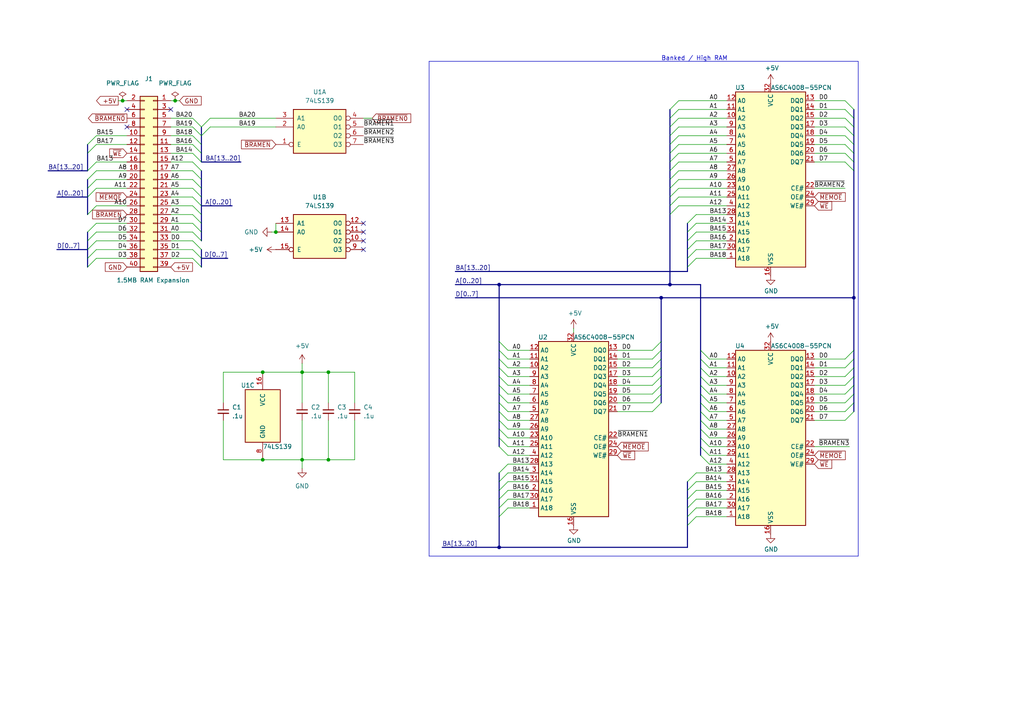
<source format=kicad_sch>
(kicad_sch (version 20231120) (generator "eeschema") (generator_version "8.0")
  (paper "A4")
  (lib_symbols
    (symbol "74xx:74LS139" (pin_names (offset 1.016))
      (property "Reference" "U" (at -7.62 8.89 0))
      (property "Value" "74LS139" (at -7.62 -8.89 0))
      (symbol "74LS139_1_0"
        (pin input inverted (at -12.7 -5.08 0) (length 5.08) (name "E") (number "1"))
        (pin input line (at -12.7 0 0) (length 5.08) (name "A0") (number "2"))
        (pin input line (at -12.7 2.54 0) (length 5.08) (name "A1") (number "3"))
        (pin output inverted (at 12.7 2.54 180) (length 5.08) (name "O0") (number "4"))
        (pin output inverted (at 12.7 0 180) (length 5.08) (name "O1") (number "5"))
        (pin output inverted (at 12.7 -2.54 180) (length 5.08) (name "O2") (number "6"))
        (pin output inverted (at 12.7 -5.08 180) (length 5.08) (name "O3") (number "7"))
      )
      (symbol "74LS139_1_1"
        (rectangle (start -7.62 5.08) (end 7.62 -7.62) (stroke (width 0.254)) (fill (type background)))
      )
      (symbol "74LS139_2_0"
        (pin output inverted (at 12.7 -2.54 180) (length 5.08) (name "O2") (number "10"))
        (pin output inverted (at 12.7 0 180) (length 5.08) (name "O1") (number "11"))
        (pin output inverted (at 12.7 2.54 180) (length 5.08) (name "O0") (number "12"))
        (pin input line (at -12.7 2.54 0) (length 5.08) (name "A1") (number "13"))
        (pin input line (at -12.7 0 0) (length 5.08) (name "A0") (number "14"))
        (pin input inverted (at -12.7 -5.08 0) (length 5.08) (name "E") (number "15"))
        (pin output inverted (at 12.7 -5.08 180) (length 5.08) (name "O3") (number "9"))
      )
      (symbol "74LS139_2_1"
        (rectangle (start -7.62 5.08) (end 7.62 -7.62) (stroke (width 0.254)) (fill (type background)))
      )
      (symbol "74LS139_3_0"
        (pin power_in line (at 0 12.7 270) (length 5.08) (name "VCC") (number "16"))
        (pin power_in line (at 0 -12.7 90) (length 5.08) (name "GND") (number "8"))
      )
      (symbol "74LS139_3_1"
        (rectangle (start -5.08 7.62) (end 5.08 -7.62) (stroke (width 0.254)) (fill (type background)))
      )
    )
    (symbol "Connector_Generic:Conn_02x20_Odd_Even" (pin_names (offset 1.016) hide)
      (property "Reference" "J" (at 1.27 25.4 0))
      (property "Value" "Conn_02x20_Odd_Even" (at 1.27 -27.94 0))
      (symbol "Conn_02x20_Odd_Even_1_1"
        (rectangle (start -1.27 -25.273) (end 0 -25.527) (stroke (width 0.1524)))
        (rectangle (start -1.27 -22.733) (end 0 -22.987) (stroke (width 0.1524)))
        (rectangle (start -1.27 -20.193) (end 0 -20.447) (stroke (width 0.1524)))
        (rectangle (start -1.27 -17.653) (end 0 -17.907) (stroke (width 0.1524)))
        (rectangle (start -1.27 -15.113) (end 0 -15.367) (stroke (width 0.1524)))
        (rectangle (start -1.27 -12.573) (end 0 -12.827) (stroke (width 0.1524)))
        (rectangle (start -1.27 -10.033) (end 0 -10.287) (stroke (width 0.1524)))
        (rectangle (start -1.27 -7.493) (end 0 -7.747) (stroke (width 0.1524)))
        (rectangle (start -1.27 -4.953) (end 0 -5.207) (stroke (width 0.1524)))
        (rectangle (start -1.27 -2.413) (end 0 -2.667) (stroke (width 0.1524)))
        (rectangle (start -1.27 0.127) (end 0 -0.127) (stroke (width 0.1524)))
        (rectangle (start -1.27 2.667) (end 0 2.413) (stroke (width 0.1524)))
        (rectangle (start -1.27 5.207) (end 0 4.953) (stroke (width 0.1524)))
        (rectangle (start -1.27 7.747) (end 0 7.493) (stroke (width 0.1524)))
        (rectangle (start -1.27 10.287) (end 0 10.033) (stroke (width 0.1524)))
        (rectangle (start -1.27 12.827) (end 0 12.573) (stroke (width 0.1524)))
        (rectangle (start -1.27 15.367) (end 0 15.113) (stroke (width 0.1524)))
        (rectangle (start -1.27 17.907) (end 0 17.653) (stroke (width 0.1524)))
        (rectangle (start -1.27 20.447) (end 0 20.193) (stroke (width 0.1524)))
        (rectangle (start -1.27 22.987) (end 0 22.733) (stroke (width 0.1524)))
        (rectangle (start -1.27 24.13) (end 3.81 -26.67) (stroke (width 0.254)) (fill (type background)))
        (rectangle (start 3.81 -25.273) (end 2.54 -25.527) (stroke (width 0.1524)))
        (rectangle (start 3.81 -22.733) (end 2.54 -22.987) (stroke (width 0.1524)))
        (rectangle (start 3.81 -20.193) (end 2.54 -20.447) (stroke (width 0.1524)))
        (rectangle (start 3.81 -17.653) (end 2.54 -17.907) (stroke (width 0.1524)))
        (rectangle (start 3.81 -15.113) (end 2.54 -15.367) (stroke (width 0.1524)))
        (rectangle (start 3.81 -12.573) (end 2.54 -12.827) (stroke (width 0.1524)))
        (rectangle (start 3.81 -10.033) (end 2.54 -10.287) (stroke (width 0.1524)))
        (rectangle (start 3.81 -7.493) (end 2.54 -7.747) (stroke (width 0.1524)))
        (rectangle (start 3.81 -4.953) (end 2.54 -5.207) (stroke (width 0.1524)))
        (rectangle (start 3.81 -2.413) (end 2.54 -2.667) (stroke (width 0.1524)))
        (rectangle (start 3.81 0.127) (end 2.54 -0.127) (stroke (width 0.1524)))
        (rectangle (start 3.81 2.667) (end 2.54 2.413) (stroke (width 0.1524)))
        (rectangle (start 3.81 5.207) (end 2.54 4.953) (stroke (width 0.1524)))
        (rectangle (start 3.81 7.747) (end 2.54 7.493) (stroke (width 0.1524)))
        (rectangle (start 3.81 10.287) (end 2.54 10.033) (stroke (width 0.1524)))
        (rectangle (start 3.81 12.827) (end 2.54 12.573) (stroke (width 0.1524)))
        (rectangle (start 3.81 15.367) (end 2.54 15.113) (stroke (width 0.1524)))
        (rectangle (start 3.81 17.907) (end 2.54 17.653) (stroke (width 0.1524)))
        (rectangle (start 3.81 20.447) (end 2.54 20.193) (stroke (width 0.1524)))
        (rectangle (start 3.81 22.987) (end 2.54 22.733) (stroke (width 0.1524)))
        (pin passive line (at -5.08 22.86 0) (length 3.81) (name "Pin_1") (number "1"))
        (pin passive line (at 7.62 12.7 180) (length 3.81) (name "Pin_10") (number "10"))
        (pin passive line (at -5.08 10.16 0) (length 3.81) (name "Pin_11") (number "11"))
        (pin passive line (at 7.62 10.16 180) (length 3.81) (name "Pin_12") (number "12"))
        (pin passive line (at -5.08 7.62 0) (length 3.81) (name "Pin_13") (number "13"))
        (pin passive line (at 7.62 7.62 180) (length 3.81) (name "Pin_14") (number "14"))
        (pin passive line (at -5.08 5.08 0) (length 3.81) (name "Pin_15") (number "15"))
        (pin passive line (at 7.62 5.08 180) (length 3.81) (name "Pin_16") (number "16"))
        (pin passive line (at -5.08 2.54 0) (length 3.81) (name "Pin_17") (number "17"))
        (pin passive line (at 7.62 2.54 180) (length 3.81) (name "Pin_18") (number "18"))
        (pin passive line (at -5.08 0 0) (length 3.81) (name "Pin_19") (number "19"))
        (pin passive line (at 7.62 22.86 180) (length 3.81) (name "Pin_2") (number "2"))
        (pin passive line (at 7.62 0 180) (length 3.81) (name "Pin_20") (number "20"))
        (pin passive line (at -5.08 -2.54 0) (length 3.81) (name "Pin_21") (number "21"))
        (pin passive line (at 7.62 -2.54 180) (length 3.81) (name "Pin_22") (number "22"))
        (pin passive line (at -5.08 -5.08 0) (length 3.81) (name "Pin_23") (number "23"))
        (pin passive line (at 7.62 -5.08 180) (length 3.81) (name "Pin_24") (number "24"))
        (pin passive line (at -5.08 -7.62 0) (length 3.81) (name "Pin_25") (number "25"))
        (pin passive line (at 7.62 -7.62 180) (length 3.81) (name "Pin_26") (number "26"))
        (pin passive line (at -5.08 -10.16 0) (length 3.81) (name "Pin_27") (number "27"))
        (pin passive line (at 7.62 -10.16 180) (length 3.81) (name "Pin_28") (number "28"))
        (pin passive line (at -5.08 -12.7 0) (length 3.81) (name "Pin_29") (number "29"))
        (pin passive line (at -5.08 20.32 0) (length 3.81) (name "Pin_3") (number "3"))
        (pin passive line (at 7.62 -12.7 180) (length 3.81) (name "Pin_30") (number "30"))
        (pin passive line (at -5.08 -15.24 0) (length 3.81) (name "Pin_31") (number "31"))
        (pin passive line (at 7.62 -15.24 180) (length 3.81) (name "Pin_32") (number "32"))
        (pin passive line (at -5.08 -17.78 0) (length 3.81) (name "Pin_33") (number "33"))
        (pin passive line (at 7.62 -17.78 180) (length 3.81) (name "Pin_34") (number "34"))
        (pin passive line (at -5.08 -20.32 0) (length 3.81) (name "Pin_35") (number "35"))
        (pin passive line (at 7.62 -20.32 180) (length 3.81) (name "Pin_36") (number "36"))
        (pin passive line (at -5.08 -22.86 0) (length 3.81) (name "Pin_37") (number "37"))
        (pin passive line (at 7.62 -22.86 180) (length 3.81) (name "Pin_38") (number "38"))
        (pin passive line (at -5.08 -25.4 0) (length 3.81) (name "Pin_39") (number "39"))
        (pin passive line (at 7.62 20.32 180) (length 3.81) (name "Pin_4") (number "4"))
        (pin passive line (at 7.62 -25.4 180) (length 3.81) (name "Pin_40") (number "40"))
        (pin passive line (at -5.08 17.78 0) (length 3.81) (name "Pin_5") (number "5"))
        (pin passive line (at 7.62 17.78 180) (length 3.81) (name "Pin_6") (number "6"))
        (pin passive line (at -5.08 15.24 0) (length 3.81) (name "Pin_7") (number "7"))
        (pin passive line (at 7.62 15.24 180) (length 3.81) (name "Pin_8") (number "8"))
        (pin passive line (at -5.08 12.7 0) (length 3.81) (name "Pin_9") (number "9"))
      )
    )
    (symbol "Device:C_Small" (pin_numbers hide) (pin_names (offset 0.254) hide)
      (property "Reference" "C" (at 0.254 1.778 0))
      (property "Value" "C_Small" (at 0.254 -2.032 0))
      (symbol "C_Small_0_1"
        (polyline (pts (xy -1.524 -0.508) (xy 1.524 -0.508)) (stroke (width 0.3302)))
        (polyline (pts (xy -1.524 0.508) (xy 1.524 0.508)) (stroke (width 0.3048)))
      )
      (symbol "C_Small_1_1"
        (pin passive line (at 0 2.54 270) (length 2.032) (name "~") (number "1"))
        (pin passive line (at 0 -2.54 90) (length 2.032) (name "~") (number "2"))
      )
    )
    (symbol "Memory_RAM:AS6C4008-55PCN"
      (property "Reference" "U" (at -10.16 26.035 0))
      (property "Value" "AS6C4008-55PCN" (at 2.54 26.035 0))
      (symbol "AS6C4008-55PCN_0_0"
        (pin power_in line (at 0 -27.94 90) (length 2.54) (name "VSS") (number "16"))
        (pin power_in line (at 0 27.94 270) (length 2.54) (name "VCC") (number "32"))
      )
      (symbol "AS6C4008-55PCN_0_1"
        (rectangle (start -10.16 25.4) (end 10.16 -25.4) (stroke (width 0.254)) (fill (type background)))
      )
      (symbol "AS6C4008-55PCN_1_1"
        (pin input line (at -12.7 -22.86 0) (length 2.54) (name "A18") (number "1"))
        (pin input line (at -12.7 17.78 0) (length 2.54) (name "A2") (number "10"))
        (pin input line (at -12.7 20.32 0) (length 2.54) (name "A1") (number "11"))
        (pin input line (at -12.7 22.86 0) (length 2.54) (name "A0") (number "12"))
        (pin tri_state line (at 12.7 22.86 180) (length 2.54) (name "DQ0") (number "13"))
        (pin tri_state line (at 12.7 20.32 180) (length 2.54) (name "DQ1") (number "14"))
        (pin tri_state line (at 12.7 17.78 180) (length 2.54) (name "DQ2") (number "15"))
        (pin tri_state line (at 12.7 15.24 180) (length 2.54) (name "DQ3") (number "17"))
        (pin tri_state line (at 12.7 12.7 180) (length 2.54) (name "DQ4") (number "18"))
        (pin tri_state line (at 12.7 10.16 180) (length 2.54) (name "DQ5") (number "19"))
        (pin input line (at -12.7 -17.78 0) (length 2.54) (name "A16") (number "2"))
        (pin tri_state line (at 12.7 7.62 180) (length 2.54) (name "DQ6") (number "20"))
        (pin tri_state line (at 12.7 5.08 180) (length 2.54) (name "DQ7") (number "21"))
        (pin input line (at 12.7 -2.54 180) (length 2.54) (name "CE#") (number "22"))
        (pin input line (at -12.7 -2.54 0) (length 2.54) (name "A10") (number "23"))
        (pin input line (at 12.7 -5.08 180) (length 2.54) (name "OE#") (number "24"))
        (pin input line (at -12.7 -5.08 0) (length 2.54) (name "A11") (number "25"))
        (pin input line (at -12.7 0 0) (length 2.54) (name "A9") (number "26"))
        (pin input line (at -12.7 2.54 0) (length 2.54) (name "A8") (number "27"))
        (pin input line (at -12.7 -10.16 0) (length 2.54) (name "A13") (number "28"))
        (pin input line (at 12.7 -7.62 180) (length 2.54) (name "WE#") (number "29"))
        (pin input line (at -12.7 -12.7 0) (length 2.54) (name "A14") (number "3"))
        (pin input line (at -12.7 -20.32 0) (length 2.54) (name "A17") (number "30"))
        (pin input line (at -12.7 -15.24 0) (length 2.54) (name "A15") (number "31"))
        (pin input line (at -12.7 -7.62 0) (length 2.54) (name "A12") (number "4"))
        (pin input line (at -12.7 5.08 0) (length 2.54) (name "A7") (number "5"))
        (pin input line (at -12.7 7.62 0) (length 2.54) (name "A6") (number "6"))
        (pin input line (at -12.7 10.16 0) (length 2.54) (name "A5") (number "7"))
        (pin input line (at -12.7 12.7 0) (length 2.54) (name "A4") (number "8"))
        (pin input line (at -12.7 15.24 0) (length 2.54) (name "A3") (number "9"))
      )
    )
    (symbol "power:+5V" (power) (pin_numbers hide) (pin_names (offset 0) hide)
      (property "Value" "+5V" (at 0 3.556 0))
      (symbol "+5V_0_1"
        (polyline (pts (xy -0.762 1.27) (xy 0 2.54)))
        (polyline (pts (xy 0 0) (xy 0 2.54)))
        (polyline (pts (xy 0 2.54) (xy 0.762 1.27)))
      )
      (symbol "+5V_1_1"
        (pin power_in line (at 0 0 90) (length 0) (name "~") (number "1"))
      )
    )
    (symbol "power:GND" (power) (pin_numbers hide) (pin_names (offset 0) hide)
      (property "Value" "GND" (at 0 -3.81 0))
      (symbol "GND_0_1"
        (polyline (pts (xy 0 0) (xy 0 -1.27) (xy 1.27 -1.27) (xy 0 -2.54) (xy -1.27 -1.27) (xy 0 -1.27)))
      )
      (symbol "GND_1_1"
        (pin power_in line (at 0 0 270) (length 0) (name "~") (number "1"))
      )
    )
    (symbol "power:PWR_FLAG" (power) (pin_numbers hide) (pin_names (offset 0) hide)
      (property "Value" "PWR_FLAG" (at 0 3.81 0))
      (symbol "PWR_FLAG_0_0"
        (pin power_out line (at 0 0 90) (length 0) (name "~") (number "1"))
      )
      (symbol "PWR_FLAG_0_1"
        (polyline (pts (xy 0 0) (xy 0 1.27) (xy -1.016 1.905) (xy 0 2.54) (xy 1.016 1.905) (xy 0 1.27)))
      )
    )
  )
  (junction (at 144.78 82.55))
  (junction (at 87.63 133.35))
  (junction (at 144.78 158.75))
  (junction (at 76.2 107.95))
  (junction (at 76.2 133.35))
  (junction (at 194.31 82.55))
  (junction (at 95.25 107.95))
  (junction (at 50.8 29.21))
  (junction (at 247.65 86.36))
  (junction (at 35.56 29.21))
  (junction (at 191.77 86.36))
  (junction (at 95.25 133.35))
  (junction (at 87.63 107.95))
  (junction (at 80.01 67.31))
  (no_connect (at 105.41 64.77))
  (no_connect (at 105.41 67.31))
  (no_connect (at 105.41 69.85))
  (no_connect (at 105.41 72.39))
  (no_connect (at 36.83 36.83))
  (no_connect (at 36.83 31.75))
  (no_connect (at 49.53 31.75))
  (bus_entry (at 199.39 152.4) (size 2.54 -2.54))
  (bus_entry (at 55.88 49.53) (size 2.54 2.54))
  (bus_entry (at 189.23 119.38) (size 2.54 -2.54))
  (bus_entry (at 144.78 101.6) (size 2.54 2.54))
  (bus_entry (at 144.78 106.68) (size 2.54 2.54))
  (bus_entry (at 203.2 127) (size 2.54 2.54))
  (bus_entry (at 199.39 147.32) (size 2.54 -2.54))
  (bus_entry (at 27.94 46.99) (size -2.54 2.54))
  (bus_entry (at 27.94 41.91) (size -2.54 2.54))
  (bus_entry (at 27.94 39.37) (size -2.54 2.54))
  (bus_entry (at 199.39 77.47) (size 2.54 -2.54))
  (bus_entry (at 194.31 36.83) (size 2.54 -2.54))
  (bus_entry (at 144.78 116.84) (size 2.54 2.54))
  (bus_entry (at 194.31 52.07) (size 2.54 -2.54))
  (bus_entry (at 199.39 142.24) (size 2.54 -2.54))
  (bus_entry (at 199.39 72.39) (size 2.54 -2.54))
  (bus_entry (at 203.2 111.76) (size 2.54 2.54))
  (bus_entry (at 245.11 31.75) (size 2.54 2.54))
  (bus_entry (at 144.78 144.78) (size 2.54 -2.54))
  (bus_entry (at 194.31 31.75) (size 2.54 -2.54))
  (bus_entry (at 60.96 34.29) (size -2.54 2.54))
  (bus_entry (at 60.96 36.83) (size -2.54 2.54))
  (bus_entry (at 245.11 104.14) (size 2.54 -2.54))
  (bus_entry (at 245.11 36.83) (size 2.54 2.54))
  (bus_entry (at 189.23 101.6) (size 2.54 -2.54))
  (bus_entry (at 199.39 149.86) (size 2.54 -2.54))
  (bus_entry (at 55.88 59.69) (size 2.54 2.54))
  (bus_entry (at 199.39 74.93) (size 2.54 -2.54))
  (bus_entry (at 55.88 46.99) (size 2.54 2.54))
  (bus_entry (at 194.31 49.53) (size 2.54 -2.54))
  (bus_entry (at 203.2 129.54) (size 2.54 2.54))
  (bus_entry (at 199.39 69.85) (size 2.54 -2.54))
  (bus_entry (at 55.88 36.83) (size 2.54 2.54))
  (bus_entry (at 194.31 44.45) (size 2.54 -2.54))
  (bus_entry (at 245.11 29.21) (size 2.54 2.54))
  (bus_entry (at 245.11 34.29) (size 2.54 2.54))
  (bus_entry (at 245.11 114.3) (size 2.54 -2.54))
  (bus_entry (at 55.88 54.61) (size 2.54 2.54))
  (bus_entry (at 194.31 34.29) (size 2.54 -2.54))
  (bus_entry (at 144.78 127) (size 2.54 2.54))
  (bus_entry (at 199.39 64.77) (size 2.54 -2.54))
  (bus_entry (at 194.31 62.23) (size 2.54 -2.54))
  (bus_entry (at 189.23 114.3) (size 2.54 -2.54))
  (bus_entry (at 144.78 139.7) (size 2.54 -2.54))
  (bus_entry (at 245.11 44.45) (size 2.54 2.54))
  (bus_entry (at 144.78 142.24) (size 2.54 -2.54))
  (bus_entry (at 144.78 114.3) (size 2.54 2.54))
  (bus_entry (at 203.2 116.84) (size 2.54 2.54))
  (bus_entry (at 245.11 39.37) (size 2.54 2.54))
  (bus_entry (at 199.39 139.7) (size 2.54 -2.54))
  (bus_entry (at 55.88 44.45) (size 2.54 2.54))
  (bus_entry (at 203.2 132.08) (size 2.54 2.54))
  (bus_entry (at 189.23 116.84) (size 2.54 -2.54))
  (bus_entry (at 144.78 149.86) (size 2.54 -2.54))
  (bus_entry (at 203.2 101.6) (size 2.54 2.54))
  (bus_entry (at 203.2 124.46) (size 2.54 2.54))
  (bus_entry (at 203.2 106.68) (size 2.54 2.54))
  (bus_entry (at 194.31 57.15) (size 2.54 -2.54))
  (bus_entry (at 144.78 109.22) (size 2.54 2.54))
  (bus_entry (at 189.23 111.76) (size 2.54 -2.54))
  (bus_entry (at 55.88 39.37) (size 2.54 2.54))
  (bus_entry (at 203.2 121.92) (size 2.54 2.54))
  (bus_entry (at 245.11 109.22) (size 2.54 -2.54))
  (bus_entry (at 55.88 69.85) (size 2.54 2.54))
  (bus_entry (at 55.88 74.93) (size 2.54 2.54))
  (bus_entry (at 55.88 72.39) (size 2.54 2.54))
  (bus_entry (at 194.31 46.99) (size 2.54 -2.54))
  (bus_entry (at 55.88 57.15) (size 2.54 2.54))
  (bus_entry (at 203.2 104.14) (size 2.54 2.54))
  (bus_entry (at 245.11 106.68) (size 2.54 -2.54))
  (bus_entry (at 55.88 64.77) (size 2.54 2.54))
  (bus_entry (at 203.2 114.3) (size 2.54 2.54))
  (bus_entry (at 245.11 41.91) (size 2.54 2.54))
  (bus_entry (at 189.23 104.14) (size 2.54 -2.54))
  (bus_entry (at 199.39 144.78) (size 2.54 -2.54))
  (bus_entry (at 194.31 39.37) (size 2.54 -2.54))
  (bus_entry (at 245.11 121.92) (size 2.54 -2.54))
  (bus_entry (at 144.78 104.14) (size 2.54 2.54))
  (bus_entry (at 55.88 41.91) (size 2.54 2.54))
  (bus_entry (at 144.78 129.54) (size 2.54 2.54))
  (bus_entry (at 27.94 59.69) (size -2.54 2.54))
  (bus_entry (at 27.94 52.07) (size -2.54 2.54))
  (bus_entry (at 27.94 54.61) (size -2.54 2.54))
  (bus_entry (at 27.94 49.53) (size -2.54 2.54))
  (bus_entry (at 189.23 106.68) (size 2.54 -2.54))
  (bus_entry (at 55.88 52.07) (size 2.54 2.54))
  (bus_entry (at 194.31 54.61) (size 2.54 -2.54))
  (bus_entry (at 144.78 147.32) (size 2.54 -2.54))
  (bus_entry (at 245.11 46.99) (size 2.54 2.54))
  (bus_entry (at 144.78 111.76) (size 2.54 2.54))
  (bus_entry (at 194.31 59.69) (size 2.54 -2.54))
  (bus_entry (at 203.2 109.22) (size 2.54 2.54))
  (bus_entry (at 245.11 119.38) (size 2.54 -2.54))
  (bus_entry (at 144.78 137.16) (size 2.54 -2.54))
  (bus_entry (at 189.23 109.22) (size 2.54 -2.54))
  (bus_entry (at 55.88 34.29) (size 2.54 2.54))
  (bus_entry (at 194.31 41.91) (size 2.54 -2.54))
  (bus_entry (at 27.94 69.85) (size -2.54 2.54))
  (bus_entry (at 27.94 67.31) (size -2.54 2.54))
  (bus_entry (at 27.94 64.77) (size -2.54 2.54))
  (bus_entry (at 27.94 72.39) (size -2.54 2.54))
  (bus_entry (at 27.94 74.93) (size -2.54 2.54))
  (bus_entry (at 144.78 124.46) (size 2.54 2.54))
  (bus_entry (at 55.88 62.23) (size 2.54 2.54))
  (bus_entry (at 199.39 67.31) (size 2.54 -2.54))
  (bus_entry (at 144.78 119.38) (size 2.54 2.54))
  (bus_entry (at 245.11 111.76) (size 2.54 -2.54))
  (bus_entry (at 203.2 119.38) (size 2.54 2.54))
  (bus_entry (at 144.78 99.06) (size 2.54 2.54))
  (bus_entry (at 55.88 67.31) (size 2.54 2.54))
  (bus_entry (at 245.11 116.84) (size 2.54 -2.54))
  (bus_entry (at 144.78 121.92) (size 2.54 2.54))
  (bus (pts (xy 58.42 39.37) (xy 58.42 41.91)))
  (wire (pts (xy 34.29 29.21) (xy 35.56 29.21)))
  (bus (pts (xy 58.42 64.77) (xy 58.42 67.31)))
  (bus (pts (xy 199.39 74.93) (xy 199.39 77.47)))
  (wire (pts (xy 49.53 44.45) (xy 55.88 44.45)))
  (bus (pts (xy 194.31 34.29) (xy 194.31 36.83)))
  (polyline (pts (xy 124.46 161.29) (xy 124.46 17.78)))
  (bus (pts (xy 128.27 158.75) (xy 144.78 158.75)))
  (wire (pts (xy 236.22 46.99) (xy 245.11 46.99)))
  (wire (pts (xy 27.94 52.07) (xy 36.83 52.07)))
  (wire (pts (xy 236.22 34.29) (xy 245.11 34.29)))
  (wire (pts (xy 179.07 111.76) (xy 189.23 111.76)))
  (bus (pts (xy 247.65 41.91) (xy 247.65 44.45)))
  (bus (pts (xy 194.31 39.37) (xy 194.31 41.91)))
  (bus (pts (xy 247.65 104.14) (xy 247.65 106.68)))
  (bus (pts (xy 199.39 72.39) (xy 199.39 74.93)))
  (wire (pts (xy 64.77 121.92) (xy 64.77 133.35)))
  (bus (pts (xy 199.39 77.47) (xy 199.39 78.74)))
  (wire (pts (xy 196.85 59.69) (xy 210.82 59.69)))
  (wire (pts (xy 196.85 49.53) (xy 210.82 49.53)))
  (wire (pts (xy 60.96 34.29) (xy 80.01 34.29)))
  (wire (pts (xy 49.53 67.31) (xy 55.88 67.31)))
  (bus (pts (xy 58.42 41.91) (xy 58.42 44.45)))
  (wire (pts (xy 236.22 111.76) (xy 245.11 111.76)))
  (wire (pts (xy 102.87 107.95) (xy 102.87 116.84)))
  (bus (pts (xy 144.78 124.46) (xy 144.78 127)))
  (bus (pts (xy 144.78 137.16) (xy 144.78 139.7)))
  (bus (pts (xy 247.65 49.53) (xy 247.65 86.36)))
  (bus (pts (xy 144.78 147.32) (xy 144.78 149.86)))
  (wire (pts (xy 27.94 46.99) (xy 36.83 46.99)))
  (wire (pts (xy 236.22 41.91) (xy 245.11 41.91)))
  (wire (pts (xy 205.74 116.84) (xy 210.82 116.84)))
  (bus (pts (xy 247.65 46.99) (xy 247.65 49.53)))
  (wire (pts (xy 179.07 119.38) (xy 189.23 119.38)))
  (bus (pts (xy 194.31 52.07) (xy 194.31 54.61)))
  (bus (pts (xy 144.78 104.14) (xy 144.78 106.68)))
  (bus (pts (xy 144.78 114.3) (xy 144.78 116.84)))
  (wire (pts (xy 201.93 69.85) (xy 210.82 69.85)))
  (wire (pts (xy 179.07 101.6) (xy 189.23 101.6)))
  (bus (pts (xy 25.4 69.85) (xy 25.4 72.39)))
  (wire (pts (xy 236.22 129.54) (xy 246.38 129.54)))
  (wire (pts (xy 49.53 39.37) (xy 55.88 39.37)))
  (bus (pts (xy 144.78 142.24) (xy 144.78 144.78)))
  (bus (pts (xy 194.31 57.15) (xy 194.31 59.69)))
  (bus (pts (xy 203.2 106.68) (xy 203.2 109.22)))
  (wire (pts (xy 236.22 39.37) (xy 245.11 39.37)))
  (wire (pts (xy 87.63 133.35) (xy 87.63 135.89)))
  (bus (pts (xy 58.42 72.39) (xy 58.42 74.93)))
  (bus (pts (xy 144.78 111.76) (xy 144.78 114.3)))
  (wire (pts (xy 147.32 111.76) (xy 153.67 111.76)))
  (wire (pts (xy 27.94 41.91) (xy 36.83 41.91)))
  (bus (pts (xy 203.2 129.54) (xy 203.2 132.08)))
  (wire (pts (xy 201.93 142.24) (xy 210.82 142.24)))
  (bus (pts (xy 13.97 49.53) (xy 25.4 49.53)))
  (bus (pts (xy 58.42 57.15) (xy 58.42 59.69)))
  (wire (pts (xy 196.85 39.37) (xy 210.82 39.37)))
  (wire (pts (xy 196.85 41.91) (xy 210.82 41.91)))
  (bus (pts (xy 25.4 74.93) (xy 25.4 77.47)))
  (wire (pts (xy 205.74 104.14) (xy 210.82 104.14)))
  (wire (pts (xy 147.32 144.78) (xy 153.67 144.78)))
  (wire (pts (xy 205.74 106.68) (xy 210.82 106.68)))
  (bus (pts (xy 25.4 44.45) (xy 25.4 49.53)))
  (wire (pts (xy 147.32 119.38) (xy 153.67 119.38)))
  (wire (pts (xy 49.53 74.93) (xy 55.88 74.93)))
  (bus (pts (xy 247.65 31.75) (xy 247.65 34.29)))
  (wire (pts (xy 201.93 144.78) (xy 210.82 144.78)))
  (wire (pts (xy 205.74 111.76) (xy 210.82 111.76)))
  (wire (pts (xy 236.22 104.14) (xy 245.11 104.14)))
  (wire (pts (xy 147.32 124.46) (xy 153.67 124.46)))
  (bus (pts (xy 247.65 44.45) (xy 247.65 46.99)))
  (wire (pts (xy 236.22 116.84) (xy 245.11 116.84)))
  (wire (pts (xy 236.22 31.75) (xy 245.11 31.75)))
  (bus (pts (xy 247.65 34.29) (xy 247.65 36.83)))
  (wire (pts (xy 27.94 39.37) (xy 36.83 39.37)))
  (wire (pts (xy 87.63 133.35) (xy 95.25 133.35)))
  (wire (pts (xy 201.93 67.31) (xy 210.82 67.31)))
  (wire (pts (xy 196.85 46.99) (xy 210.82 46.99)))
  (bus (pts (xy 144.78 144.78) (xy 144.78 147.32)))
  (bus (pts (xy 203.2 124.46) (xy 203.2 127)))
  (bus (pts (xy 69.85 46.99) (xy 58.42 46.99)))
  (wire (pts (xy 76.2 107.95) (xy 87.63 107.95)))
  (bus (pts (xy 194.31 59.69) (xy 194.31 62.23)))
  (wire (pts (xy 27.94 64.77) (xy 36.83 64.77)))
  (bus (pts (xy 247.65 106.68) (xy 247.65 109.22)))
  (bus (pts (xy 194.31 31.75) (xy 194.31 34.29)))
  (bus (pts (xy 247.65 36.83) (xy 247.65 39.37)))
  (bus (pts (xy 194.31 46.99) (xy 194.31 49.53)))
  (bus (pts (xy 58.42 74.93) (xy 66.04 74.93)))
  (bus (pts (xy 144.78 109.22) (xy 144.78 111.76)))
  (wire (pts (xy 87.63 107.95) (xy 87.63 116.84)))
  (bus (pts (xy 144.78 158.75) (xy 199.39 158.75)))
  (bus (pts (xy 199.39 69.85) (xy 199.39 72.39)))
  (wire (pts (xy 27.94 69.85) (xy 36.83 69.85)))
  (bus (pts (xy 132.08 78.74) (xy 199.39 78.74)))
  (wire (pts (xy 179.07 114.3) (xy 189.23 114.3)))
  (wire (pts (xy 205.74 127) (xy 210.82 127)))
  (wire (pts (xy 236.22 44.45) (xy 245.11 44.45)))
  (wire (pts (xy 179.07 109.22) (xy 189.23 109.22)))
  (bus (pts (xy 203.2 109.22) (xy 203.2 111.76)))
  (wire (pts (xy 49.53 69.85) (xy 55.88 69.85)))
  (wire (pts (xy 52.07 29.21) (xy 50.8 29.21)))
  (bus (pts (xy 194.31 49.53) (xy 194.31 52.07)))
  (bus (pts (xy 199.39 144.78) (xy 199.39 147.32)))
  (bus (pts (xy 191.77 104.14) (xy 191.77 106.68)))
  (wire (pts (xy 166.37 95.25) (xy 166.37 96.52)))
  (bus (pts (xy 144.78 127) (xy 144.78 129.54)))
  (bus (pts (xy 58.42 36.83) (xy 58.42 39.37)))
  (wire (pts (xy 196.85 31.75) (xy 210.82 31.75)))
  (bus (pts (xy 203.2 82.55) (xy 203.2 101.6)))
  (wire (pts (xy 80.01 64.77) (xy 80.01 67.31)))
  (wire (pts (xy 205.74 121.92) (xy 210.82 121.92)))
  (bus (pts (xy 25.4 72.39) (xy 25.4 74.93)))
  (bus (pts (xy 203.2 119.38) (xy 203.2 121.92)))
  (wire (pts (xy 205.74 124.46) (xy 210.82 124.46)))
  (bus (pts (xy 199.39 142.24) (xy 199.39 144.78)))
  (wire (pts (xy 49.53 62.23) (xy 55.88 62.23)))
  (bus (pts (xy 144.78 99.06) (xy 144.78 101.6)))
  (wire (pts (xy 147.32 121.92) (xy 153.67 121.92)))
  (bus (pts (xy 247.65 39.37) (xy 247.65 41.91)))
  (bus (pts (xy 199.39 158.75) (xy 199.39 152.4)))
  (bus (pts (xy 191.77 109.22) (xy 191.77 111.76)))
  (wire (pts (xy 201.93 64.77) (xy 210.82 64.77)))
  (bus (pts (xy 58.42 44.45) (xy 58.42 46.99)))
  (wire (pts (xy 87.63 121.92) (xy 87.63 133.35)))
  (wire (pts (xy 76.2 107.95) (xy 64.77 107.95)))
  (wire (pts (xy 201.93 149.86) (xy 210.82 149.86)))
  (wire (pts (xy 196.85 34.29) (xy 210.82 34.29)))
  (wire (pts (xy 147.32 142.24) (xy 153.67 142.24)))
  (wire (pts (xy 196.85 54.61) (xy 210.82 54.61)))
  (wire (pts (xy 147.32 137.16) (xy 153.67 137.16)))
  (bus (pts (xy 199.39 152.4) (xy 199.39 149.86)))
  (wire (pts (xy 236.22 114.3) (xy 245.11 114.3)))
  (bus (pts (xy 194.31 44.45) (xy 194.31 46.99)))
  (wire (pts (xy 60.96 36.83) (xy 80.01 36.83)))
  (wire (pts (xy 105.41 34.29) (xy 107.95 34.29)))
  (wire (pts (xy 205.74 114.3) (xy 210.82 114.3)))
  (wire (pts (xy 196.85 44.45) (xy 210.82 44.45)))
  (bus (pts (xy 58.42 62.23) (xy 58.42 64.77)))
  (wire (pts (xy 196.85 36.83) (xy 210.82 36.83)))
  (wire (pts (xy 49.53 64.77) (xy 55.88 64.77)))
  (wire (pts (xy 49.53 72.39) (xy 55.88 72.39)))
  (wire (pts (xy 196.85 29.21) (xy 210.82 29.21)))
  (wire (pts (xy 205.74 109.22) (xy 210.82 109.22)))
  (wire (pts (xy 147.32 106.68) (xy 153.67 106.68)))
  (bus (pts (xy 191.77 101.6) (xy 191.77 104.14)))
  (wire (pts (xy 236.22 109.22) (xy 245.11 109.22)))
  (bus (pts (xy 144.78 149.86) (xy 144.78 158.75)))
  (bus (pts (xy 199.39 64.77) (xy 199.39 67.31)))
  (bus (pts (xy 16.51 57.15) (xy 25.4 57.15)))
  (bus (pts (xy 191.77 86.36) (xy 191.77 99.06)))
  (bus (pts (xy 16.51 72.39) (xy 25.4 72.39)))
  (bus (pts (xy 25.4 52.07) (xy 25.4 54.61)))
  (wire (pts (xy 27.94 59.69) (xy 36.83 59.69)))
  (bus (pts (xy 247.65 86.36) (xy 247.65 101.6)))
  (bus (pts (xy 58.42 67.31) (xy 58.42 69.85)))
  (wire (pts (xy 201.93 74.93) (xy 210.82 74.93)))
  (bus (pts (xy 191.77 106.68) (xy 191.77 109.22)))
  (bus (pts (xy 247.65 116.84) (xy 247.65 119.38)))
  (wire (pts (xy 95.25 107.95) (xy 102.87 107.95)))
  (bus (pts (xy 203.2 127) (xy 203.2 129.54)))
  (wire (pts (xy 76.2 133.35) (xy 87.63 133.35)))
  (wire (pts (xy 64.77 107.95) (xy 64.77 116.84)))
  (bus (pts (xy 199.39 139.7) (xy 199.39 142.24)))
  (wire (pts (xy 147.32 104.14) (xy 153.67 104.14)))
  (wire (pts (xy 201.93 62.23) (xy 210.82 62.23)))
  (bus (pts (xy 247.65 101.6) (xy 247.65 104.14)))
  (bus (pts (xy 194.31 82.55) (xy 203.2 82.55)))
  (bus (pts (xy 25.4 54.61) (xy 25.4 57.15)))
  (bus (pts (xy 144.78 82.55) (xy 194.31 82.55)))
  (bus (pts (xy 199.39 149.86) (xy 199.39 147.32)))
  (wire (pts (xy 147.32 132.08) (xy 153.67 132.08)))
  (wire (pts (xy 205.74 119.38) (xy 210.82 119.38)))
  (wire (pts (xy 205.74 134.62) (xy 210.82 134.62)))
  (wire (pts (xy 49.53 34.29) (xy 55.88 34.29)))
  (wire (pts (xy 147.32 116.84) (xy 153.67 116.84)))
  (wire (pts (xy 236.22 119.38) (xy 245.11 119.38)))
  (bus (pts (xy 58.42 59.69) (xy 58.42 62.23)))
  (wire (pts (xy 179.07 104.14) (xy 189.23 104.14)))
  (wire (pts (xy 49.53 57.15) (xy 55.88 57.15)))
  (bus (pts (xy 132.08 82.55) (xy 144.78 82.55)))
  (wire (pts (xy 78.74 67.31) (xy 80.01 67.31)))
  (wire (pts (xy 236.22 106.68) (xy 245.11 106.68)))
  (bus (pts (xy 247.65 114.3) (xy 247.65 116.84)))
  (wire (pts (xy 49.53 52.07) (xy 55.88 52.07)))
  (bus (pts (xy 194.31 54.61) (xy 194.31 57.15)))
  (polyline (pts (xy 124.46 17.78) (xy 248.92 17.78)))
  (wire (pts (xy 147.32 134.62) (xy 153.67 134.62)))
  (wire (pts (xy 201.93 72.39) (xy 210.82 72.39)))
  (wire (pts (xy 27.94 74.93) (xy 36.83 74.93)))
  (wire (pts (xy 49.53 36.83) (xy 55.88 36.83)))
  (bus (pts (xy 58.42 74.93) (xy 58.42 77.47)))
  (bus (pts (xy 58.42 52.07) (xy 58.42 54.61)))
  (wire (pts (xy 49.53 59.69) (xy 55.88 59.69)))
  (bus (pts (xy 194.31 41.91) (xy 194.31 44.45)))
  (bus (pts (xy 194.31 62.23) (xy 194.31 82.55)))
  (wire (pts (xy 236.22 121.92) (xy 245.11 121.92)))
  (wire (pts (xy 49.53 54.61) (xy 55.88 54.61)))
  (wire (pts (xy 27.94 54.61) (xy 36.83 54.61)))
  (bus (pts (xy 25.4 67.31) (xy 25.4 69.85)))
  (bus (pts (xy 247.65 109.22) (xy 247.65 111.76)))
  (bus (pts (xy 25.4 57.15) (xy 25.4 62.23)))
  (wire (pts (xy 95.25 121.92) (xy 95.25 133.35)))
  (polyline (pts (xy 248.92 17.78) (xy 248.92 161.29)))
  (bus (pts (xy 144.78 121.92) (xy 144.78 124.46)))
  (bus (pts (xy 25.4 41.91) (xy 25.4 44.45)))
  (wire (pts (xy 50.8 29.21) (xy 49.53 29.21)))
  (wire (pts (xy 147.32 139.7) (xy 153.67 139.7)))
  (bus (pts (xy 203.2 111.76) (xy 203.2 114.3)))
  (bus (pts (xy 203.2 121.92) (xy 203.2 124.46)))
  (wire (pts (xy 236.22 29.21) (xy 245.11 29.21)))
  (wire (pts (xy 196.85 52.07) (xy 210.82 52.07)))
  (wire (pts (xy 147.32 101.6) (xy 153.67 101.6)))
  (wire (pts (xy 205.74 132.08) (xy 210.82 132.08)))
  (wire (pts (xy 205.74 129.54) (xy 210.82 129.54)))
  (wire (pts (xy 27.94 67.31) (xy 36.83 67.31)))
  (bus (pts (xy 144.78 82.55) (xy 144.78 99.06)))
  (bus (pts (xy 203.2 101.6) (xy 203.2 104.14)))
  (wire (pts (xy 179.07 116.84) (xy 189.23 116.84)))
  (bus (pts (xy 58.42 54.61) (xy 58.42 57.15)))
  (wire (pts (xy 196.85 57.15) (xy 210.82 57.15)))
  (wire (pts (xy 102.87 133.35) (xy 102.87 121.92)))
  (wire (pts (xy 49.53 49.53) (xy 55.88 49.53)))
  (polyline (pts (xy 248.92 161.29) (xy 124.46 161.29)))
  (bus (pts (xy 203.2 104.14) (xy 203.2 106.68)))
  (bus (pts (xy 191.77 114.3) (xy 191.77 116.84)))
  (wire (pts (xy 147.32 147.32) (xy 153.67 147.32)))
  (wire (pts (xy 87.63 107.95) (xy 95.25 107.95)))
  (bus (pts (xy 247.65 111.76) (xy 247.65 114.3)))
  (bus (pts (xy 203.2 114.3) (xy 203.2 116.84)))
  (wire (pts (xy 147.32 129.54) (xy 153.67 129.54)))
  (wire (pts (xy 27.94 49.53) (xy 36.83 49.53)))
  (wire (pts (xy 95.25 133.35) (xy 102.87 133.35)))
  (bus (pts (xy 144.78 101.6) (xy 144.78 104.14)))
  (bus (pts (xy 144.78 116.84) (xy 144.78 119.38)))
  (wire (pts (xy 236.22 54.61) (xy 245.11 54.61)))
  (bus (pts (xy 191.77 111.76) (xy 191.77 114.3)))
  (bus (pts (xy 144.78 139.7) (xy 144.78 142.24)))
  (bus (pts (xy 191.77 99.06) (xy 191.77 101.6)))
  (wire (pts (xy 49.53 41.91) (xy 55.88 41.91)))
  (wire (pts (xy 201.93 137.16) (xy 210.82 137.16)))
  (wire (pts (xy 201.93 147.32) (xy 210.82 147.32)))
  (bus (pts (xy 132.08 86.36) (xy 191.77 86.36)))
  (wire (pts (xy 201.93 139.7) (xy 210.82 139.7)))
  (bus (pts (xy 58.42 59.69) (xy 67.31 59.69)))
  (bus (pts (xy 194.31 36.83) (xy 194.31 39.37)))
  (wire (pts (xy 236.22 36.83) (xy 245.11 36.83)))
  (wire (pts (xy 76.2 133.35) (xy 64.77 133.35)))
  (wire (pts (xy 147.32 109.22) (xy 153.67 109.22)))
  (bus (pts (xy 144.78 106.68) (xy 144.78 109.22)))
  (wire (pts (xy 147.32 127) (xy 153.67 127)))
  (wire (pts (xy 87.63 105.41) (xy 87.63 107.95)))
  (bus (pts (xy 191.77 86.36) (xy 247.65 86.36)))
  (bus (pts (xy 144.78 119.38) (xy 144.78 121.92)))
  (wire (pts (xy 95.25 107.95) (xy 95.25 116.84)))
  (bus (pts (xy 203.2 116.84) (xy 203.2 119.38)))
  (wire (pts (xy 27.94 72.39) (xy 36.83 72.39)))
  (wire (pts (xy 35.56 29.21) (xy 36.83 29.21)))
  (wire (pts (xy 147.32 114.3) (xy 153.67 114.3)))
  (bus (pts (xy 199.39 67.31) (xy 199.39 69.85)))
  (wire (pts (xy 179.07 106.68) (xy 189.23 106.68)))
  (wire (pts (xy 49.53 46.99) (xy 55.88 46.99)))
  (bus (pts (xy 58.42 49.53) (xy 58.42 52.07)))
  (text "Banked / High RAM" (at 191.77 17.78 0) (effects (font (size 1.27 1.27)) (justify left bottom)))
  (label "A0" (at 205.74 29.21 0))
  (label "A7" (at 205.74 121.92 0))
  (label "BA13" (at 27.94 46.99 0))
  (label "BA15" (at 205.74 67.31 0))
  (label "BA17" (at 27.94 41.91 0))
  (label "D2" (at 49.53 74.93 0))
  (label "D[0..7]" (at 16.51 72.39 0))
  (label "A12" (at 49.53 46.99 0))
  (label "D0" (at 49.53 69.85 0))
  (label "A[0..20]" (at 16.51 57.15 0))
  (label "A11" (at 36.83 54.61 180))
  (label "A5" (at 49.53 54.61 0))
  (label "A9" (at 205.74 52.07 0))
  (label "~{BRAMEN2}" (at 105.41 39.37 0))
  (label "BA20" (at 55.88 34.29 180))
  (label "~{BRAMEN3}" (at 105.41 41.91 0))
  (label "D1" (at 237.49 106.68 0))
  (label "D5" (at 237.49 116.84 0))
  (label "A9" (at 36.83 52.07 180))
  (label "A7" (at 148.59 119.38 0))
  (label "~{BRAMEN1}" (at 179.07 127 0))
  (label "D7" (at 180.34 119.38 0))
  (label "BA19" (at 55.88 36.83 180))
  (label "A2" (at 205.74 109.22 0))
  (label "BA15" (at 148.59 139.7 0))
  (label "A4" (at 148.59 111.76 0))
  (label "D1" (at 49.53 72.39 0))
  (label "~{BRAMEN3}" (at 246.38 129.54 180))
  (label "A[0..20]" (at 67.31 59.69 180))
  (label "A6" (at 148.59 116.84 0))
  (label "D4" (at 36.83 72.39 180))
  (label "A5" (at 205.74 41.91 0))
  (label "D[0..7]" (at 132.08 86.36 0))
  (label "A7" (at 205.74 46.99 0))
  (label "A2" (at 49.53 62.23 0))
  (label "A10" (at 205.74 129.54 0))
  (label "A3" (at 205.74 111.76 0))
  (label "D1" (at 237.49 31.75 0))
  (label "A8" (at 148.59 121.92 0))
  (label "A6" (at 205.74 44.45 0))
  (label "D2" (at 180.34 106.68 0))
  (label "D3" (at 36.83 74.93 180))
  (label "A8" (at 36.83 49.53 180))
  (label "D[0..7]" (at 66.04 74.93 180))
  (label "BA14" (at 204.47 139.7 0))
  (label "BA[13..20]" (at 69.85 46.99 180))
  (label "A11" (at 148.59 129.54 0))
  (label "A10" (at 205.74 54.61 0))
  (label "A3" (at 205.74 36.83 0))
  (label "A3" (at 49.53 59.69 0))
  (label "A5" (at 205.74 116.84 0))
  (label "A12" (at 148.59 132.08 0))
  (label "BA18" (at 55.88 39.37 180))
  (label "A1" (at 205.74 106.68 0))
  (label "A0" (at 148.59 101.6 0))
  (label "BA15" (at 204.47 142.24 0))
  (label "BA17" (at 204.47 147.32 0))
  (label "BA16" (at 55.88 41.91 180))
  (label "A5" (at 148.59 114.3 0))
  (label "A7" (at 49.53 49.53 0))
  (label "A1" (at 49.53 64.77 0))
  (label "A6" (at 49.53 52.07 0))
  (label "BA18" (at 204.47 149.86 0))
  (label "A12" (at 205.74 59.69 0))
  (label "D6" (at 237.49 119.38 0))
  (label "D7" (at 36.83 64.77 180))
  (label "A9" (at 205.74 127 0))
  (label "A2" (at 148.59 106.68 0))
  (label "~{BRAMEN1}" (at 105.41 36.83 0))
  (label "BA[13..20]" (at 132.08 78.74 0))
  (label "D6" (at 36.83 67.31 180))
  (label "D6" (at 237.49 44.45 0))
  (label "A4" (at 205.74 39.37 0))
  (label "D3" (at 237.49 36.83 0))
  (label "A12" (at 205.74 134.62 0))
  (label "A[0..20]" (at 132.08 82.55 0))
  (label "A3" (at 148.59 109.22 0))
  (label "D7" (at 237.49 46.99 0))
  (label "D0" (at 180.34 101.6 0))
  (label "D0" (at 237.49 29.21 0))
  (label "D2" (at 237.49 34.29 0))
  (label "BA[13..20]" (at 13.97 49.53 0))
  (label "BA14" (at 148.59 137.16 0))
  (label "BA13" (at 204.47 137.16 0))
  (label "D7" (at 237.49 121.92 0))
  (label "BA[13..20]" (at 128.27 158.75 0))
  (label "BA16" (at 205.74 69.85 0))
  (label "A4" (at 205.74 114.3 0))
  (label "A0" (at 205.74 104.14 0))
  (label "A9" (at 148.59 124.46 0))
  (label "A4" (at 49.53 57.15 0))
  (label "D1" (at 180.34 104.14 0))
  (label "BA14" (at 205.74 64.77 0))
  (label "D3" (at 237.49 111.76 0))
  (label "BA13" (at 148.59 134.62 0))
  (label "BA15" (at 27.94 39.37 0))
  (label "D0" (at 237.49 104.14 0))
  (label "BA14" (at 55.88 44.45 180))
  (label "D4" (at 237.49 39.37 0))
  (label "BA18" (at 205.74 74.93 0))
  (label "BA20" (at 69.215 34.29 0))
  (label "A8" (at 205.74 124.46 0))
  (label "~{BRAMEN2}" (at 245.11 54.61 180))
  (label "A6" (at 205.74 119.38 0))
  (label "D5" (at 180.34 114.3 0))
  (label "D5" (at 36.83 69.85 180))
  (label "A8" (at 205.74 49.53 0))
  (label "D6" (at 180.34 116.84 0))
  (label "D5" (at 237.49 41.91 0))
  (label "A10" (at 36.83 59.69 180))
  (label "A10" (at 148.59 127 0))
  (label "D2" (at 237.49 109.22 0))
  (label "BA17" (at 148.59 144.78 0))
  (label "BA16" (at 204.47 144.78 0))
  (label "A1" (at 205.74 31.75 0))
  (label "BA19" (at 69.215 36.83 0))
  (label "BA13" (at 205.74 62.23 0))
  (label "BA18" (at 148.59 147.32 0))
  (label "D3" (at 180.34 109.22 0))
  (label "A1" (at 148.59 104.14 0))
  (label "BA17" (at 205.74 72.39 0))
  (label "D4" (at 237.49 114.3 0))
  (label "A2" (at 205.74 34.29 0))
  (label "A11" (at 205.74 132.08 0))
  (label "BA16" (at 148.59 142.24 0))
  (label "D4" (at 180.34 111.76 0))
  (label "A0" (at 49.53 67.31 0))
  (label "A11" (at 205.74 57.15 0))
  (global_label "~{BRAMEN0}" (shape input) (at 107.95 34.29 0) (property "Intersheetrefs" "${INTERSHEET_REFS}" (effects (hide yes))))
  (global_label "~{BRAMEN}" (shape input) (at 80.01 41.91 180) (property "Intersheetrefs" "${INTERSHEET_REFS}" (effects (hide yes))))
  (global_label "~{MEMOE}" (shape input) (at 179.07 129.54 0) (property "Intersheetrefs" "${INTERSHEET_REFS}" (effects (hide yes))))
  (global_label "GND" (shape input) (at 36.83 77.47 180) (property "Intersheetrefs" "${INTERSHEET_REFS}" (effects (hide yes))))
  (global_label "~{MEMOE}" (shape input) (at 36.83 57.15 180) (property "Intersheetrefs" "${INTERSHEET_REFS}" (effects (hide yes))))
  (global_label "~{WE}" (shape input) (at 236.22 59.69 0) (property "Intersheetrefs" "${INTERSHEET_REFS}" (effects (hide yes))))
  (global_label "+5V" (shape output) (at 34.29 29.21 180) (property "Intersheetrefs" "${INTERSHEET_REFS}" (effects (hide yes))))
  (global_label "~{MEMOE}" (shape input) (at 236.22 132.08 0) (property "Intersheetrefs" "${INTERSHEET_REFS}" (effects (hide yes))))
  (global_label "~{BRAMEN0}" (shape output) (at 36.83 34.29 180) (property "Intersheetrefs" "${INTERSHEET_REFS}" (effects (hide yes))))
  (global_label "~{MEMOE}" (shape input) (at 236.22 57.15 0) (property "Intersheetrefs" "${INTERSHEET_REFS}" (effects (hide yes))))
  (global_label "GND" (shape input) (at 52.07 29.21 0) (property "Intersheetrefs" "${INTERSHEET_REFS}" (effects (hide yes))))
  (global_label "~{WE}" (shape input) (at 179.07 132.08 0) (property "Intersheetrefs" "${INTERSHEET_REFS}" (effects (hide yes))))
  (global_label "~{WE}" (shape input) (at 236.22 134.62 0) (property "Intersheetrefs" "${INTERSHEET_REFS}" (effects (hide yes))))
  (global_label "+5V" (shape input) (at 49.53 77.47 0) (property "Intersheetrefs" "${INTERSHEET_REFS}" (effects (hide yes))))
  (global_label "~{BRAMEN}" (shape input) (at 36.83 62.23 180) (property "Intersheetrefs" "${INTERSHEET_REFS}" (effects (hide yes))))
  (global_label "~{WE}" (shape input) (at 36.83 44.45 180) (property "Intersheetrefs" "${INTERSHEET_REFS}" (effects (hide yes))))
  (symbol (lib_id "74xx:74LS139") (at 76.2 120.65 0) (unit 3)
    (property "Reference" "U1" (at 69.85 111.76 0) (effects (justify left)))
    (property "Value" "74LS139" (at 76.2 129.54 0) (effects (justify left)))
    (property "Footprint" "Package_DIP:DIP-16_W7.62mm" (effects (hide yes)))
    (property "Datasheet" "http://www.ti.com/lit/ds/symlink/sn74ls139a.pdf" (effects (hide yes)))
  )
  (symbol (lib_id "power:GND") (at 87.63 135.89 0) (unit 1)
    (property "Reference" "#PWR05" (effects (hide yes)))
    (property "Value" "GND" (at 87.63 140.97 0))
    (property "Description" "Power symbol creates a global label with name \"GND\" , ground" (effects (hide yes)))
  )
  (symbol (lib_id "power:GND") (at 78.74 67.31 270) (unit 1)
    (property "Reference" "#PWR01" (effects (hide yes)))
    (property "Value" "GND" (at 74.93 67.31 90) (effects (justify right)))
    (property "Description" "Power symbol creates a global label with name \"GND\" , ground" (effects (hide yes)))
  )
  (symbol (lib_id "Connector_Generic:Conn_02x20_Odd_Even") (at 44.45 52.07 0) (mirror y) (unit 1)
    (property "Reference" "J1" (at 43.18 22.86 0))
    (property "Value" "1.5MB RAM Expansion" (at 44.45 81.28 0))
    (property "Footprint" "Connector_PinHeader_2.00mm:PinHeader_2x20_P2.00mm_Vertical" (effects (hide yes)))
  )
  (symbol (lib_id "power:PWR_FLAG") (at 50.8 29.21 0) (unit 1)
    (property "Reference" "#FLG02" (effects (hide yes)))
    (property "Value" "PWR_FLAG" (at 50.8 24.13 0))
    (property "Description" "Special symbol for telling ERC where power comes from" (effects (hide yes)))
  )
  (symbol (lib_id "power:+5V") (at 166.37 95.25 0) (unit 1)
    (property "Reference" "#PWR06" (effects (hide yes)))
    (property "Value" "+5V" (at 166.751 90.8558 0))
    (property "Description" "Power symbol creates a global label with name \"+5V\"" (effects (hide yes)))
  )
  (symbol (lib_id "Memory_RAM:AS6C4008-55PCN") (at 223.52 127 0) (unit 1)
    (property "Reference" "U4" (at 214.63 100.33 0))
    (property "Value" "AS6C4008-55PCN" (at 232.41 100.33 0))
    (property "Footprint" "Package_DIP:DIP-32_W15.24mm" (effects (hide yes)))
    (property "Datasheet" "https://www.alliancememory.com/wp-content/uploads/pdf/AS6C4008.pdf" (effects (hide yes)))
  )
  (symbol (lib_id "power:+5V") (at 223.52 24.13 0) (unit 1)
    (property "Reference" "#PWR08" (effects (hide yes)))
    (property "Value" "+5V" (at 223.901 19.7358 0))
    (property "Description" "Power symbol creates a global label with name \"+5V\"" (effects (hide yes)))
  )
  (symbol (lib_id "power:GND") (at 166.37 152.4 0) (unit 1)
    (property "Reference" "#PWR07" (effects (hide yes)))
    (property "Value" "GND" (at 166.497 156.7942 0))
    (property "Description" "Power symbol creates a global label with name \"GND\" , ground" (effects (hide yes)))
  )
  (symbol (lib_id "power:GND") (at 223.52 154.94 0) (unit 1)
    (property "Reference" "#PWR011" (effects (hide yes)))
    (property "Value" "GND" (at 223.647 159.3342 0))
    (property "Description" "Power symbol creates a global label with name \"GND\" , ground" (effects (hide yes)))
  )
  (symbol (lib_id "Memory_RAM:AS6C4008-55PCN") (at 166.37 124.46 0) (unit 1)
    (property "Reference" "U2" (at 157.48 97.79 0))
    (property "Value" "AS6C4008-55PCN" (at 175.26 97.79 0))
    (property "Footprint" "Package_DIP:DIP-32_W15.24mm" (effects (hide yes)))
    (property "Datasheet" "https://www.alliancememory.com/wp-content/uploads/pdf/AS6C4008.pdf" (effects (hide yes)))
  )
  (symbol (lib_id "Device:C_Small") (at 102.87 119.38 0) (unit 1)
    (property "Reference" "C4" (at 105.41 118.1162 0) (effects (justify left)))
    (property "Value" ".1u" (at 105.41 120.6562 0) (effects (justify left)))
    (property "Footprint" "Capacitor_THT:C_Disc_D5.0mm_W2.5mm_P5.00mm" (effects (hide yes)))
  )
  (symbol (lib_id "power:PWR_FLAG") (at 35.56 29.21 0) (unit 1)
    (property "Reference" "#FLG01" (effects (hide yes)))
    (property "Value" "PWR_FLAG" (at 35.56 24.13 0))
    (property "Description" "Special symbol for telling ERC where power comes from" (effects (hide yes)))
  )
  (symbol (lib_id "power:+5V") (at 80.01 72.39 90) (unit 1)
    (property "Reference" "#PWR03" (effects (hide yes)))
    (property "Value" "+5V" (at 76.2 72.3899 90) (effects (justify left)))
    (property "Description" "Power symbol creates a global label with name \"+5V\"" (effects (hide yes)))
  )
  (symbol (lib_id "power:GND") (at 223.52 80.01 0) (unit 1)
    (property "Reference" "#PWR09" (effects (hide yes)))
    (property "Value" "GND" (at 223.647 84.4042 0))
    (property "Description" "Power symbol creates a global label with name \"GND\" , ground" (effects (hide yes)))
  )
  (symbol (lib_id "Device:C_Small") (at 95.25 119.38 0) (unit 1)
    (property "Reference" "C3" (at 97.79 118.1162 0) (effects (justify left)))
    (property "Value" ".1u" (at 97.79 120.6562 0) (effects (justify left)))
    (property "Footprint" "Capacitor_THT:C_Disc_D5.0mm_W2.5mm_P5.00mm" (effects (hide yes)))
  )
  (symbol (lib_id "Memory_RAM:AS6C4008-55PCN") (at 223.52 52.07 0) (unit 1)
    (property "Reference" "U3" (at 214.63 25.4 0))
    (property "Value" "AS6C4008-55PCN" (at 232.41 25.4 0))
    (property "Footprint" "Package_DIP:DIP-32_W15.24mm" (effects (hide yes)))
    (property "Datasheet" "https://www.alliancememory.com/wp-content/uploads/pdf/AS6C4008.pdf" (effects (hide yes)))
  )
  (symbol (lib_id "power:+5V") (at 87.63 105.41 0) (unit 1)
    (property "Reference" "#PWR04" (effects (hide yes)))
    (property "Value" "+5V" (at 87.63 100.33 0))
    (property "Description" "Power symbol creates a global label with name \"+5V\"" (effects (hide yes)))
  )
  (symbol (lib_id "power:+5V") (at 223.52 99.06 0) (unit 1)
    (property "Reference" "#PWR010" (effects (hide yes)))
    (property "Value" "+5V" (at 223.901 94.6658 0))
    (property "Description" "Power symbol creates a global label with name \"+5V\"" (effects (hide yes)))
  )
  (symbol (lib_id "Device:C_Small") (at 64.77 119.38 0) (unit 1)
    (property "Reference" "C1" (at 67.31 118.1162 0) (effects (justify left)))
    (property "Value" ".1u" (at 67.31 120.6562 0) (effects (justify left)))
    (property "Footprint" "Capacitor_THT:C_Disc_D5.0mm_W2.5mm_P5.00mm" (effects (hide yes)))
  )
  (symbol (lib_id "Device:C_Small") (at 87.63 119.38 0) (unit 1)
    (property "Reference" "C2" (at 90.17 118.1162 0) (effects (justify left)))
    (property "Value" ".1u" (at 90.17 120.6562 0) (effects (justify left)))
    (property "Footprint" "Capacitor_THT:C_Disc_D5.0mm_W2.5mm_P5.00mm" (effects (hide yes)))
  )
  (symbol (lib_id "74xx:74LS139") (at 92.71 36.83 0) (unit 1)
    (property "Reference" "U1" (at 92.71 26.67 0))
    (property "Value" "74LS139" (at 92.71 29.21 0))
    (property "Footprint" "Package_DIP:DIP-16_W7.62mm" (effects (hide yes)))
    (property "Datasheet" "http://www.ti.com/lit/ds/symlink/sn74ls139a.pdf" (effects (hide yes)))
  )
  (symbol (lib_id "74xx:74LS139") (at 92.71 67.31 0) (unit 2)
    (property "Reference" "U1" (at 92.71 57.15 0))
    (property "Value" "74LS139" (at 92.71 59.69 0))
    (property "Footprint" "Package_DIP:DIP-16_W7.62mm" (effects (hide yes)))
    (property "Datasheet" "http://www.ti.com/lit/ds/symlink/sn74ls139a.pdf" (effects (hide yes)))
  )
)
</source>
